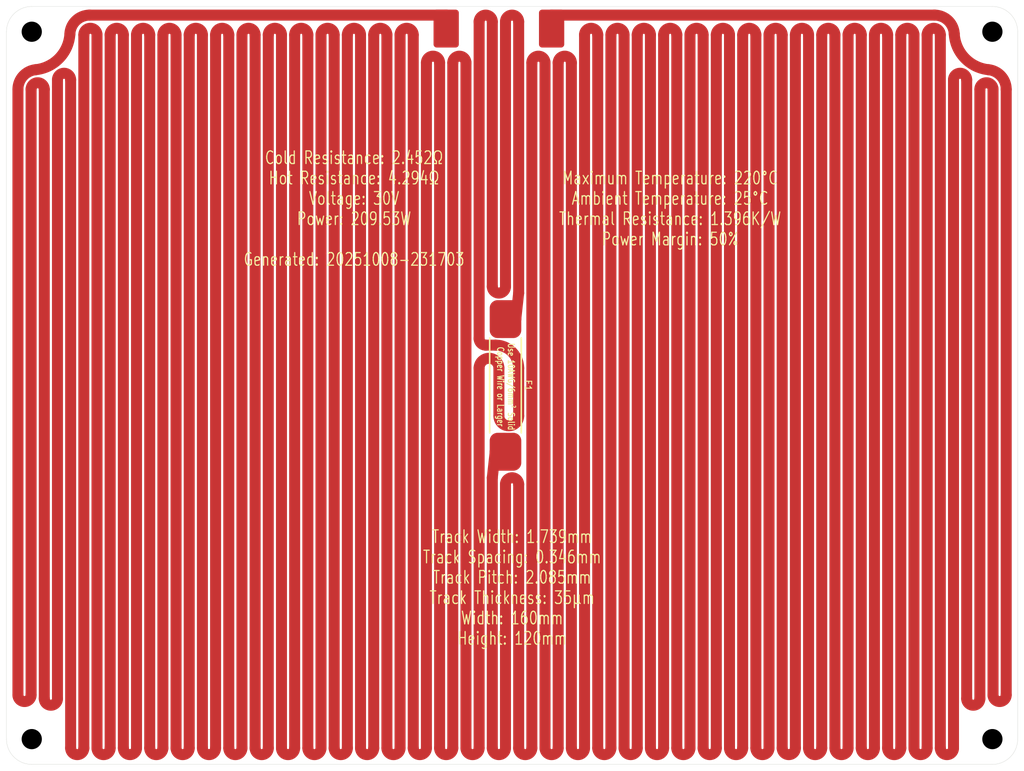
<source format=kicad_pcb>
(kicad_pcb (version 20241229) (generator "pcbnew") (generator_version "9.0")
  (layers (0 "F.Cu" signal) (2 "B.Cu" signal) (13 "F.Paste" user) (15 "B.Paste" user) (5 "F.SilkS" user "F.Silkscreen") (7 "B.SilkS" user "B.Silkscreen") (1 "F.Mask" user) (3 "B.Mask" user) (25 "Edge.Cuts" user))
  (net 0 "")
  (net 1 "Net-(J2-Pin_1)")
  (net 2 "Net-(J1-Pin_1)")
  (footprint "blg:MountingHole_3.2mm_M3_NoPad_TopLarge" (layer "F.Cu") (at 181 49)
    (property "Reference" "REF**" (hide yes))
    (property "Value" "MountingHole_3.2mm_M3_NoPad_TopLarge" (hide yes))
    (pad "" np_thru_hole circle (at 0 0) (size 7.6 7.6) (drill 3.2) (layers))
  )
  (footprint "blg:SMD_PowerConnection_4x6mm" (layer "F.Cu") (at 111.255 48.5 -90)
    (property "Reference" "J2" (hide yes))
    (property "Value" "Hotplate_Power_Connection" (hide yes))
    (pad "1" smd roundrect (at 0 0 270) (size 6 4) (layers "F.Cu" "F.Mask" "F.Paste") (roundrect_rratio 0.125) (net 1 "Net-(J2-Pin_1)"))
  )
  (footprint "blg:MountingHole_3.2mm_M3_NoPad_TopLarge" (layer "F.Cu") (at 29 161)
    (property "Reference" "REF**" (hide yes))
    (property "Value" "MountingHole_3.2mm_M3_NoPad_TopLarge" (hide yes))
    (pad "" np_thru_hole circle (at 0 0) (size 7.6 7.6) (drill 3.2) (layers))
  )
  (footprint "blg:MountingHole_3.2mm_M3_NoPad_TopLarge" (layer "F.Cu") (at 181 161)
    (property "Reference" "REF**" (hide yes))
    (property "Value" "MountingHole_3.2mm_M3_NoPad_TopLarge" (hide yes))
    (pad "" np_thru_hole circle (at 0 0) (size 7.6 7.6) (drill 3.2) (layers))
  )
  (footprint "blg:SMD_PowerConnection_4x6mm" (layer "F.Cu") (at 94.574999 48.5 -90)
    (property "Reference" "J1" (hide yes))
    (property "Value" "Hotplate_Power_Connection" (hide yes))
    (pad "1" smd roundrect (at 0 0 270) (size 6 4) (layers "F.Cu" "F.Mask" "F.Paste") (roundrect_rratio 0.125) (net 2 "Net-(J1-Pin_1)"))
  )
  (footprint "blg:Thermal Fuse, Front, 25mm" (layer "F.Cu") (at 103.9575 105 -90)
    (property "Reference" "F1" (at 0 -3.6 270) (layer "F.SilkS"))
    (property "Value" "~")
    (fp_line (start -7.5 2.5) (end 7.5 2.5) (stroke (width 0.25)) (layer "F.SilkS"))
    (fp_line (start -7.5 -2.5) (end 7.5 -2.5) (stroke (width 0.25)) (layer "F.SilkS"))
    (fp_text user "Use 10AWG/6mm  Solid" (at 0.2 -0.9 270) (layer "F.SilkS") (effects (font (size 1 0.75))))
    (fp_text user "2" (at 3.35 -1.3 270) (layer "F.SilkS") (effects (font (size 0.6 0.4) (thickness 0.1))))
    (fp_text user "Copper Wire or Larger" (at 0.2 0.8 270) (layer "F.SilkS") (effects (font (size 1 0.75))))
    (pad "1" smd roundrect (at -10.5 0 270) (size 6 5) (layers "F.Cu" "F.Mask") (net 2 "Net-(J1-Pin_1)"))
    (pad "2" smd roundrect (at 10.5 0 270) (size 6 5) (layers "F.Cu" "F.Mask") (net 1 "Net-(J2-Pin_1)"))
  )
  (footprint "blg:MountingHole_3.2mm_M3_NoPad_TopLarge" (layer "F.Cu") (at 29 49)
    (property "Reference" "REF**" (hide yes))
    (property "Value" "MountingHole_3.2mm_M3_NoPad_TopLarge" (hide yes))
    (pad "" np_thru_hole circle (at 0 0) (size 7.6 7.6) (drill 3.2) (layers))
  )
  (gr_arc (start 25 49) (mid 26.171573 46.171573) (end 29 45) (stroke (width 0.05)) (layer "Edge.Cuts"))
  (gr_line (start 185 49) (end 185 161) (stroke (width 0.05)) (layer "Edge.Cuts"))
  (gr_arc (start 29 165) (mid 26.171573 163.828427) (end 25 161) (stroke (width 0.05)) (layer "Edge.Cuts"))
  (gr_line (start 29 165) (end 181 165) (stroke (width 0.05)) (layer "Edge.Cuts"))
  (gr_line (start 25 49) (end 25 161) (stroke (width 0.05)) (layer "Edge.Cuts"))
  (gr_arc (start 185 161) (mid 183.828427 163.828427) (end 181 165) (stroke (width 0.05)) (layer "Edge.Cuts"))
  (gr_arc (start 181 45) (mid 183.828427 46.171573) (end 185 49) (stroke (width 0.05)) (layer "Edge.Cuts"))
  (gr_line (start 29 45) (end 181 45) (stroke (width 0.05)) (layer "Edge.Cuts"))
  (gr_text "Track Width: 1.739mm\nTrack Spacing: 0.346mm\nTrack Pitch: 2.085mm\nTrack Thickness: 35µm\nWidth: 160mm\nHeight: 120mm" (at 105 137 0) (layer "F.SilkS") (effects (font (size 2 1.5) (thickness 0.1875))))
  (gr_text "Maximum Temperature: 220°C\nAmbient Temperature: 25°C\nThermal Resistance: 1.396K/W\nPower Margin: 50%" (at 130 77 0) (layer "F.SilkS") (effects (font (size 2 1.5) (thickness 0.1875))))
  (gr_text "Cold Resistance: 2.452Ω\nHot Resistance: 4.294Ω\nVoltage: 30V\nPower: 209.53W\n\nGenerated: 20251008-231703" (at 80 77 0) (layer "F.SilkS") (effects (font (size 2 1.5) (thickness 0.1875))))
  (segment (start 137.3175 162.415) (end 137.3175 49.497) (width 1.738999) (layer "F.Cu") (net 1))
  (segment (start 102.327 115.5) (end 103.9575 115.5) (width 1.739) (layer "F.Cu") (net 1))
  (segment (start 116.4675 162.415) (end 116.4675 49.497) (width 1.738999) (layer "F.Cu") (net 1))
  (segment (start 131.0625 49.497) (end 131.0625 162.415) (width 1.738999) (layer "F.Cu") (net 1))
  (segment (start 158.1675 162.415) (end 158.1675 49.497) (width 1.738999) (layer "F.Cu") (net 1))
  (segment (start 183.1875 154.008133) (end 183.1875 58.121693) (width 1.738999) (layer "F.Cu") (net 1))
  (segment (start 176.9325 56.614249) (end 176.9325 154.593237) (width 1.738999) (layer "F.Cu") (net 1))
  (segment (start 171.843478 46.3695) (end 111.255 46.3695) (width 1.738999) (layer "F.Cu") (net 1))
  (segment (start 166.5075 162.415) (end 166.5075 49.497) (width 1.738999) (layer "F.Cu") (net 1))
  (segment (start 174.8475 162.415) (end 174.8475 56.614249) (width 1.738999) (layer "F.Cu") (net 1))
  (segment (start 143.5725 49.497) (end 143.5725 162.415) (width 1.738999) (layer "F.Cu") (net 1))
  (segment (start 106.0425 120.661999) (end 106.0425 162.415) (width 1.738999) (layer "F.Cu") (net 1))
  (segment (start 108.1275 162.415) (end 108.1275 53.912) (width 1.738999) (layer "F.Cu") (net 1))
  (segment (start 181.1025 58.121693) (end 181.1025 154.008133) (width 1.738999) (layer "F.Cu") (net 1))
  (segment (start 128.977499 162.415) (end 128.977499 49.497) (width 1.738999) (layer "F.Cu") (net 1))
  (segment (start 153.997499 162.415) (end 153.997499 49.497) (width 1.738999) (layer "F.Cu") (net 1))
  (segment (start 156.082499 49.497) (end 156.082499 162.415) (width 1.738999) (layer "F.Cu") (net 1))
  (segment (start 179.017499 154.593237) (end 179.017499 58.121693) (width 1.738999) (layer "F.Cu") (net 1))
  (segment (start 101.872499 119.619499) (end 102.327 115.5) (width 1.739) (layer "F.Cu") (net 1))
  (segment (start 126.8925 49.497) (end 126.8925 162.415) (width 1.738999) (layer "F.Cu") (net 1))
  (segment (start 164.4225 49.497) (end 164.4225 162.415) (width 1.738999) (layer "F.Cu") (net 1))
  (segment (start 120.637499 162.415) (end 120.637499 49.497) (width 1.738999) (layer "F.Cu") (net 1))
  (segment (start 160.2525 49.497) (end 160.2525 162.415) (width 1.738999) (layer "F.Cu") (net 1))
  (segment (start 110.212499 53.912) (end 110.212499 162.415) (width 1.738999) (layer "F.Cu") (net 1))
  (segment (start 112.2975 162.415) (end 112.2975 53.912) (width 1.738999) (layer "F.Cu") (net 1))
  (segment (start 122.7225 49.497) (end 122.7225 162.415) (width 1.738999) (layer "F.Cu") (net 1))
  (segment (start 135.2325 49.497) (end 135.2325 162.415) (width 1.738999) (layer "F.Cu") (net 1))
  (segment (start 111.255 46.3695) (end 111.255 48.499999) (width 1.738999) (layer "F.Cu") (net 1))
  (segment (start 162.3375 162.415) (end 162.3375 49.497) (width 1.738999) (layer "F.Cu") (net 1))
  (segment (start 133.1475 162.415) (end 133.1475 49.497) (width 1.738999) (layer "F.Cu") (net 1))
  (segment (start 149.8275 162.415) (end 149.8275 49.497) (width 1.738999) (layer "F.Cu") (net 1))
  (segment (start 170.677499 162.415) (end 170.677499 49.497) (width 1.738999) (layer "F.Cu") (net 1))
  (segment (start 103.9575 162.415) (end 103.9575 120.661999) (width 1.738999) (layer "F.Cu") (net 1))
  (segment (start 145.6575 162.415) (end 145.6575 49.497) (width 1.738999) (layer "F.Cu") (net 1))
  (segment (start 124.807499 162.415) (end 124.807499 49.497) (width 1.738999) (layer "F.Cu") (net 1))
  (segment (start 147.7425 49.497) (end 147.7425 162.415) (width 1.738999) (layer "F.Cu") (net 1))
  (segment (start 101.872499 119.619499) (end 101.872499 162.415) (width 1.738999) (layer "F.Cu") (net 1))
  (segment (start 151.9125 49.497) (end 151.9125 162.415) (width 1.738999) (layer "F.Cu") (net 1))
  (segment (start 139.402499 49.497) (end 139.402499 162.415) (width 1.738999) (layer "F.Cu") (net 1))
  (segment (start 141.487499 162.415) (end 141.487499 49.497) (width 1.738999) (layer "F.Cu") (net 1))
  (segment (start 168.5925 49.497) (end 168.5925 162.415) (width 1.738999) (layer "F.Cu") (net 1))
  (segment (start 172.7625 49.497) (end 172.7625 162.415) (width 1.738999) (layer "F.Cu") (net 1))
  (segment (start 118.5525 49.497) (end 118.5525 162.415) (width 1.738999) (layer "F.Cu") (net 1))
  (segment (start 114.3825 53.912) (end 114.3825 162.415) (width 1.738999) (layer "F.Cu") (net 1))
  (arc (start 120.637499 49.497) (mid 121.68 48.454499) (end 122.7225 49.497) (width 1.738999) (layer "F.Cu") (net 1))
  (arc (start 158.1675 49.497) (mid 159.209999 48.454499) (end 160.2525 49.497) (width 1.738999) (layer "F.Cu") (net 1))
  (arc (start 183.1875 58.121693) (mid 182.284831 55.923653) (end 180.380594 55.010669) (width 1.739) (layer "F.Cu") (net 1))
  (arc (start 108.1275 53.912) (mid 109.169999 52.8695) (end 110.212499 53.912) (width 1.738999) (layer "F.Cu") (net 1))
  (arc (start 103.9575 120.661999) (mid 105 119.619499) (end 106.0425 120.661999) (width 1.738999) (layer "F.Cu") (net 1))
  (arc (start 176.9325 154.593237) (mid 177.975 155.635737) (end 179.017499 154.593237) (width 1.738999) (layer "F.Cu") (net 1))
  (arc (start 166.5075 49.497) (mid 167.55 48.454499) (end 168.5925 49.497) (width 1.738999) (layer "F.Cu") (net 1))
  (arc (start 162.3375 49.497) (mid 163.38 48.454499) (end 164.4225 49.497) (width 1.738999) (layer "F.Cu") (net 1))
  (arc (start 180.380594 55.010669) (mid 176.625036 53.167913) (end 174.966381 49.327494) (width 1.739) (layer "F.Cu") (net 1))
  (arc (start 141.487499 49.497) (mid 142.53 48.454499) (end 143.5725 49.497) (width 1.738999) (layer "F.Cu") (net 1))
  (arc (start 135.2325 162.415) (mid 136.275 163.4575) (end 137.3175 162.415) (width 1.738999) (layer "F.Cu") (net 1))
  (arc (start 147.7425 162.415) (mid 148.785 163.4575) (end 149.8275 162.415) (width 1.738999) (layer "F.Cu") (net 1))
  (arc (start 106.0425 162.415) (mid 107.085 163.4575) (end 108.1275 162.415) (width 1.739) (layer "F.Cu") (net 1))
  (arc (start 168.5925 162.415) (mid 169.635 163.4575) (end 170.677499 162.415) (width 1.738999) (layer "F.Cu") (net 1))
  (arc (start 114.3825 162.415) (mid 115.425 163.4575) (end 116.4675 162.415) (width 1.738999) (layer "F.Cu") (net 1))
  (arc (start 139.402499 162.415) (mid 140.445 163.4575) (end 141.487499 162.415) (width 1.738999) (layer "F.Cu") (net 1))
  (arc (start 179.017499 58.121693) (mid 180.06 57.079193) (end 181.1025 58.121693) (width 1.738999) (layer "F.Cu") (net 1))
  (arc (start 172.7625 162.415) (mid 173.804999 163.4575) (end 174.8475 162.415) (width 1.738999) (layer "F.Cu") (net 1))
  (arc (start 171.843478 46.3695) (mid 173.99419 47.226384) (end 174.966381 49.327494) (width 1.739) (layer "F.Cu") (net 1))
  (arc (start 128.977499 49.497) (mid 130.02 48.454499) (end 131.0625 49.497) (width 1.738999) (layer "F.Cu") (net 1))
  (arc (start 170.677499 49.497) (mid 171.719999 48.454499) (end 172.7625 49.497) (width 1.738999) (layer "F.Cu") (net 1))
  (arc (start 131.0625 162.415) (mid 132.104999 163.4575) (end 133.1475 162.415) (width 1.738999) (layer "F.Cu") (net 1))
  (arc (start 151.9125 162.415) (mid 152.954999 163.4575) (end 153.997499 162.415) (width 1.738999) (layer "F.Cu") (net 1))
  (arc (start 133.1475 49.497) (mid 134.19 48.454499) (end 135.2325 49.497) (width 1.738999) (layer "F.Cu") (net 1))
  (arc (start 112.2975 53.912) (mid 113.34 52.8695) (end 114.3825 53.912) (width 1.738999) (layer "F.Cu") (net 1))
  (arc (start 122.7225 162.415) (mid 123.765 163.4575) (end 124.807499 162.415) (width 1.738999) (layer "F.Cu") (net 1))
  (arc (start 181.1025 154.008133) (mid 182.145 155.050633) (end 183.1875 154.008133) (width 1.738999) (layer "F.Cu") (net 1))
  (arc (start 153.997499 49.497) (mid 155.04 48.454499) (end 156.082499 49.497) (width 1.738999) (layer "F.Cu") (net 1))
  (arc (start 156.082499 162.415) (mid 157.125 163.4575) (end 158.1675 162.415) (width 1.738999) (layer "F.Cu") (net 1))
  (arc (start 110.212499 162.415) (mid 111.255 163.4575) (end 112.2975 162.415) (width 1.738999) (layer "F.Cu") (net 1))
  (arc (start 137.3175 49.497) (mid 138.36 48.454499) (end 139.402499 49.497) (width 1.738999) (layer "F.Cu") (net 1))
  (arc (start 116.4675 49.497) (mid 117.509999 48.454499) (end 118.5525 49.497) (width 1.738999) (layer "F.Cu") (net 1))
  (arc (start 126.8925 162.415) (mid 127.934999 163.4575) (end 128.977499 162.415) (width 1.738999) (layer "F.Cu") (net 1))
  (arc (start 174.8475 56.614249) (mid 175.89 55.571749) (end 176.9325 56.614249) (width 1.738999) (layer "F.Cu") (net 1))
  (arc (start 143.5725 162.415) (mid 144.614999 163.4575) (end 145.6575 162.415) (width 1.738999) (layer "F.Cu") (net 1))
  (arc (start 149.8275 49.497) (mid 150.87 48.454499) (end 151.9125 49.497) (width 1.738999) (layer "F.Cu") (net 1))
  (arc (start 145.6575 49.497) (mid 146.7 48.454499) (end 147.7425 49.497) (width 1.738999) (layer "F.Cu") (net 1))
  (arc (start 164.4225 162.415) (mid 165.465 163.4575) (end 166.5075 162.415) (width 1.738999) (layer "F.Cu") (net 1))
  (arc (start 160.2525 162.415) (mid 161.295 163.4575) (end 162.3375 162.415) (width 1.738999) (layer "F.Cu") (net 1))
  (arc (start 101.872499 162.415) (mid 102.914999 163.4575) (end 103.9575 162.415) (width 1.738999) (layer "F.Cu") (net 1))
  (arc (start 124.807499 49.497) (mid 125.85 48.454499) (end 126.8925 49.497) (width 1.738999) (layer "F.Cu") (net 1))
  (arc (start 118.5525 162.415) (mid 119.595 163.4575) (end 120.637499 162.415) (width 1.738999) (layer "F.Cu") (net 1))
  (segment (start 39.3225 162.415) (end 39.3225 49.497) (width 1.738999) (layer "F.Cu") (net 2))
  (segment (start 53.9175 49.497) (end 53.9175 162.415) (width 1.738999) (layer "F.Cu") (net 2))
  (segment (start 106.0425 90.3805) (end 105.588 94.5) (width 1.739) (layer "F.Cu") (net 2))
  (segment (start 70.5975 49.497) (end 70.5975 162.415) (width 1.738999) (layer "F.Cu") (net 2))
  (segment (start 81.0225 162.415) (end 81.0225 49.497) (width 1.738999) (layer "F.Cu") (net 2))
  (segment (start 72.682499 162.415) (end 72.682499 49.497) (width 1.738999) (layer "F.Cu") (net 2))
  (segment (start 28.8975 58.121693) (end 28.8975 154.008133) (width 1.738999) (layer "F.Cu") (net 2))
  (segment (start 26.8125 154.008133) (end 26.8125 58.121693) (width 1.738999) (layer "F.Cu") (net 2))
  (segment (start 35.1525 162.415) (end 35.1525 56.614249) (width 1.738999) (layer "F.Cu") (net 2))
  (segment (start 87.277499 49.497) (end 87.277499 162.415) (width 1.738999) (layer "F.Cu") (net 2))
  (segment (start 94.574999 46.3695) (end 94.574999 48.499999) (width 1.738999) (layer "F.Cu") (net 2))
  (segment (start 101.872499 89.338) (end 101.872499 47.412) (width 1.738999) (layer "F.Cu") (net 2))
  (segment (start 91.4475 53.912) (end 91.4475 162.415) (width 1.738999) (layer "F.Cu") (net 2))
  (segment (start 100.829999 98.6195) (end 102.39375 98.6195) (width 1.739) (layer "F.Cu") (net 2))
  (segment (start 85.1925 162.415) (end 85.1925 49.497) (width 1.738999) (layer "F.Cu") (net 2))
  (segment (start 56.0025 162.415) (end 56.0025 49.497) (width 1.738999) (layer "F.Cu") (net 2))
  (segment (start 47.662499 162.415) (end 47.662499 49.497) (width 1.738999) (layer "F.Cu") (net 2))
  (segment (start 58.0875 49.497) (end 58.0875 162.415) (width 1.738999) (layer "F.Cu") (net 2))
  (segment (start 68.512499 162.415) (end 68.512499 49.497) (width 1.738999) (layer "F.Cu") (net 2))
  (segment (start 60.1725 162.415) (end 60.1725 49.497) (width 1.738999) (layer "F.Cu") (net 2))
  (segment (start 102.914999 109.816749) (end 102.914999 102.26825) (width 1.738999) (layer "F.Cu") (net 2))
  (segment (start 33.0675 56.614249) (end 33.0675 154.593237) (width 1.738999) (layer "F.Cu") (net 2))
  (segment (start 43.4925 162.415) (end 43.4925 49.497) (width 1.738999) (layer "F.Cu") (net 2))
  (segment (start 74.7675 49.497) (end 74.7675 162.415) (width 1.738999) (layer "F.Cu") (net 2))
  (segment (start 103.9575 47.412) (end 103.9575 89.338) (width 1.738999) (layer "F.Cu") (net 2))
  (segment (start 64.3425 162.415) (end 64.3425 49.497) (width 1.738999) (layer "F.Cu") (net 2))
  (segment (start 106.0425 102.26825) (end 106.0425 109.816749) (width 1.738999) (layer "F.Cu") (net 2))
  (segment (start 105.588 94.5) (end 103.9575 94.5) (width 1.739) (layer "F.Cu") (net 2))
  (segment (start 30.9825 154.593237) (end 30.9825 58.121693) (width 1.738999) (layer "F.Cu") (net 2))
  (segment (start 51.832499 162.415) (end 51.832499 49.497) (width 1.738999) (layer "F.Cu") (net 2))
  (segment (start 99.7875 102.26825) (end 99.7875 162.415) (width 1.738999) (layer "F.Cu") (net 2))
  (segment (start 66.427499 49.497) (end 66.427499 162.415) (width 1.738999) (layer "F.Cu") (net 2))
  (segment (start 97.7025 162.415) (end 97.7025 53.912) (width 1.738999) (layer "F.Cu") (net 2))
  (segment (start 41.4075 49.497) (end 41.4075 162.415) (width 1.738999) (layer "F.Cu") (net 2))
  (segment (start 78.9375 49.497) (end 78.9375 162.415) (width 1.738999) (layer "F.Cu") (net 2))
  (segment (start 83.1075 49.497) (end 83.1075 162.415) (width 1.738999) (layer "F.Cu") (net 2))
  (segment (start 99.7875 47.412) (end 99.7875 97.577) (width 1.738999) (layer "F.Cu") (net 2))
  (segment (start 93.532499 162.415) (end 93.532499 53.912) (width 1.738999) (layer "F.Cu") (net 2))
  (segment (start 45.5775 49.497) (end 45.5775 162.415) (width 1.738999) (layer "F.Cu") (net 2))
  (segment (start 49.7475 49.497) (end 49.7475 162.415) (width 1.738999) (layer "F.Cu") (net 2))
  (segment (start 76.852499 162.415) (end 76.852499 49.497) (width 1.738999) (layer "F.Cu") (net 2))
  (segment (start 38.156521 46.3695) (end 94.574999 46.3695) (width 1.738999) (layer "F.Cu") (net 2))
  (segment (start 89.3625 162.415) (end 89.3625 49.497) (width 1.738999) (layer "F.Cu") (net 2))
  (segment (start 95.6175 53.912) (end 95.6175 162.415) (width 1.738999) (layer "F.Cu") (net 2))
  (segment (start 62.2575 49.497) (end 62.2575 162.415) (width 1.738999) (layer "F.Cu") (net 2))
  (segment (start 37.2375 49.497) (end 37.2375 162.415) (width 1.738999) (layer "F.Cu") (net 2))
  (segment (start 106.0425 90.3805) (end 106.0425 47.412) (width 1.738999) (layer "F.Cu") (net 2))
  (arc (start 93.532499 53.912) (mid 92.49 52.8695) (end 91.4475 53.912) (width 1.738999) (layer "F.Cu") (net 2))
  (arc (start 43.4925 49.497) (mid 42.449999 48.454499) (end 41.4075 49.497) (width 1.738999) (layer "F.Cu") (net 2))
  (arc (start 70.5975 162.415) (mid 69.555 163.4575) (end 68.512499 162.415) (width 1.738999) (layer "F.Cu") (net 2))
  (arc (start 29.619405 55.010669) (mid 33.374963 53.167913) (end 35.033618 49.327494) (width 1.739) (layer "F.Cu") (net 2))
  (arc (start 95.6175 162.415) (mid 94.574999 163.4575) (end 93.532499 162.415) (width 1.738999) (layer "F.Cu") (net 2))
  (arc (start 56.0025 49.497) (mid 54.959999 48.454499) (end 53.9175 49.497) (width 1.738999) (layer "F.Cu") (net 2))
  (arc (start 81.0225 49.497) (mid 79.979999 48.454499) (end 78.9375 49.497) (width 1.738999) (layer "F.Cu") (net 2))
  (arc (start 33.0675 154.593237) (mid 32.025 155.635737) (end 30.9825 154.593237) (width 1.738999) (layer "F.Cu") (net 2))
  (arc (start 39.3225 49.497) (mid 38.28 48.454499) (end 37.2375 49.497) (width 1.738999) (layer "F.Cu") (net 2))
  (arc (start 102.914999 102.26825) (mid 101.35125 100.7045) (end 99.7875 102.26825) (width 1.738999) (layer "F.Cu") (net 2))
  (arc (start 45.5775 162.415) (mid 44.535 163.4575) (end 43.4925 162.415) (width 1.738999) (layer "F.Cu") (net 2))
  (arc (start 89.3625 49.497) (mid 88.32 48.454499) (end 87.277499 49.497) (width 1.738999) (layer "F.Cu") (net 2))
  (arc (start 53.9175 162.415) (mid 52.875 163.4575) (end 51.832499 162.415) (width 1.738999) (layer "F.Cu") (net 2))
  (arc (start 68.512499 49.497) (mid 67.47 48.454499) (end 66.427499 49.497) (width 1.738999) (layer "F.Cu") (net 2))
  (arc (start 30.9825 58.121693) (mid 29.939999 57.079193) (end 28.8975 58.121693) (width 1.738999) (layer "F.Cu") (net 2))
  (arc (start 58.0875 162.415) (mid 57.045 163.4575) (end 56.0025 162.415) (width 1.738999) (layer "F.Cu") (net 2))
  (arc (start 74.7675 162.415) (mid 73.725 163.4575) (end 72.682499 162.415) (width 1.738999) (layer "F.Cu") (net 2))
  (arc (start 101.872499 47.412) (mid 100.829999 46.369499) (end 99.7875 47.412) (width 1.739) (layer "F.Cu") (net 2))
  (arc (start 47.662499 49.497) (mid 46.62 48.454499) (end 45.5775 49.497) (width 1.738999) (layer "F.Cu") (net 2))
  (arc (start 35.1525 56.614249) (mid 34.11 55.571749) (end 33.0675 56.614249) (width 1.738999) (layer "F.Cu") (net 2))
  (arc (start 51.832499 49.497) (mid 50.789999 48.454499) (end 49.7475 49.497) (width 1.738999) (layer "F.Cu") (net 2))
  (arc (start 49.7475 162.415) (mid 48.705 163.4575) (end 47.662499 162.415) (width 1.738999) (layer "F.Cu") (net 2))
  (arc (start 62.2575 162.415) (mid 61.215 163.4575) (end 60.1725 162.415) (width 1.738999) (layer "F.Cu") (net 2))
  (arc (start 103.9575 89.338) (mid 102.914999 90.3805) (end 101.872499 89.338) (width 1.738999) (layer "F.Cu") (net 2))
  (arc (start 85.1925 49.497) (mid 84.15 48.454499) (end 83.1075 49.497) (width 1.738999) (layer "F.Cu") (net 2))
  (arc (start 64.3425 49.497) (mid 63.3 48.454499) (end 62.2575 49.497) (width 1.738999) (layer "F.Cu") (net 2))
  (arc (start 38.156521 46.3695) (mid 36.005809 47.226384) (end 35.033618 49.327494) (width 1.739) (layer "F.Cu") (net 2))
  (arc (start 78.9375 162.415) (mid 77.895 163.4575) (end 76.852499 162.415) (width 1.738999) (layer "F.Cu") (net 2))
  (arc (start 37.2375 162.415) (mid 36.195 163.4575) (end 35.1525 162.415) (width 1.738999) (layer "F.Cu") (net 2))
  (arc (start 102.39375 98.6195) (mid 104.973805 99.688194) (end 106.0425 102.26825) (width 1.739) (layer "F.Cu") (net 2))
  (arc (start 87.277499 162.415) (mid 86.234999 163.4575) (end 85.1925 162.415) (width 1.738999) (layer "F.Cu") (net 2))
  (arc (start 76.852499 49.497) (mid 75.81 48.454499) (end 74.7675 49.497) (width 1.738999) (layer "F.Cu") (net 2))
  (arc (start 60.1725 49.497) (mid 59.129999 48.454499) (end 58.0875 49.497) (width 1.738999) (layer "F.Cu") (net 2))
  (arc (start 66.427499 162.415) (mid 65.385 163.4575) (end 64.3425 162.415) (width 1.738999) (layer "F.Cu") (net 2))
  (arc (start 83.1075 162.415) (mid 82.065 163.4575) (end 81.0225 162.415) (width 1.738999) (layer "F.Cu") (net 2))
  (arc (start 41.4075 162.415) (mid 40.364999 163.4575) (end 39.3225 162.415) (width 1.738999) (layer "F.Cu") (net 2))
  (arc (start 106.0425 47.412) (mid 105 46.3695) (end 103.9575 47.412) (width 1.738999) (layer "F.Cu") (net 2))
  (arc (start 106.0425 109.816749) (mid 104.478749 111.3805) (end 102.914999 109.816749) (width 1.738999) (layer "F.Cu") (net 2))
  (arc (start 26.8125 58.121693) (mid 27.715168 55.923653) (end 29.619405 55.010669) (width 1.739) (layer "F.Cu") (net 2))
  (arc (start 91.4475 162.415) (mid 90.405 163.4575) (end 89.3625 162.415) (width 1.738999) (layer "F.Cu") (net 2))
  (arc (start 97.7025 53.912) (mid 96.66 52.8695) (end 95.6175 53.912) (width 1.738999) (layer "F.Cu") (net 2))
  (arc (start 72.682499 49.497) (mid 71.64 48.454499) (end 70.5975 49.497) (width 1.738999) (layer "F.Cu") (net 2))
  (arc (start 100.829999 98.6195) (mid 100.092841 98.314158) (end 99.7875 97.577) (width 1.739) (layer "F.Cu") (net 2))
  (arc (start 99.7875 162.415) (mid 98.745 163.4575) (end 97.7025 162.415) (width 1.738999) (layer "F.Cu") (net 2))
  (arc (start 28.8975 154.008133) (mid 27.854999 155.050633) (end 26.8125 154.008133) (width 1.738999) (layer "F.Cu") (net 2))
)
</source>
